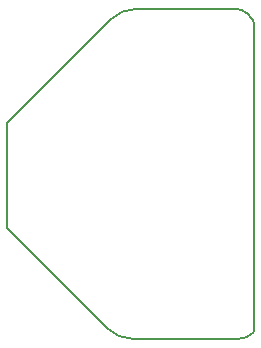
<source format=gm1>
G04*
G04 #@! TF.GenerationSoftware,Altium Limited,Altium Designer,25.6.2 (33)*
G04*
G04 Layer_Color=16711935*
%FSLAX44Y44*%
%MOMM*%
G71*
G04*
G04 #@! TF.SameCoordinates,9BB86C1C-490A-4274-8EA7-9D778CBDAB0B*
G04*
G04*
G04 #@! TF.FilePolarity,Positive*
G04*
G01*
G75*
%ADD28C,0.1270*%
D28*
X339000Y296000D02*
G03*
X360680Y287020I21680J21680D01*
G01*
X449490D02*
G03*
X462652Y292472I0J18614D01*
G01*
D02*
G03*
X463550Y294640I-2168J2168D01*
G01*
Y553720D02*
G03*
X461754Y558056I-6132J0D01*
G01*
X457200Y562610D02*
G03*
X448002Y566420I-9198J-9198D01*
G01*
X363220D02*
G03*
X341540Y557440I0J-30661D01*
G01*
X254000Y381000D02*
X339000Y296000D01*
X360680Y287020D02*
X449490D01*
X463550Y294640D02*
Y553720D01*
X457200Y562610D02*
X461754Y558056D01*
X363220Y566420D02*
X448002D01*
X254000Y469900D02*
X341540Y557440D01*
X254000Y381000D02*
Y469900D01*
M02*

</source>
